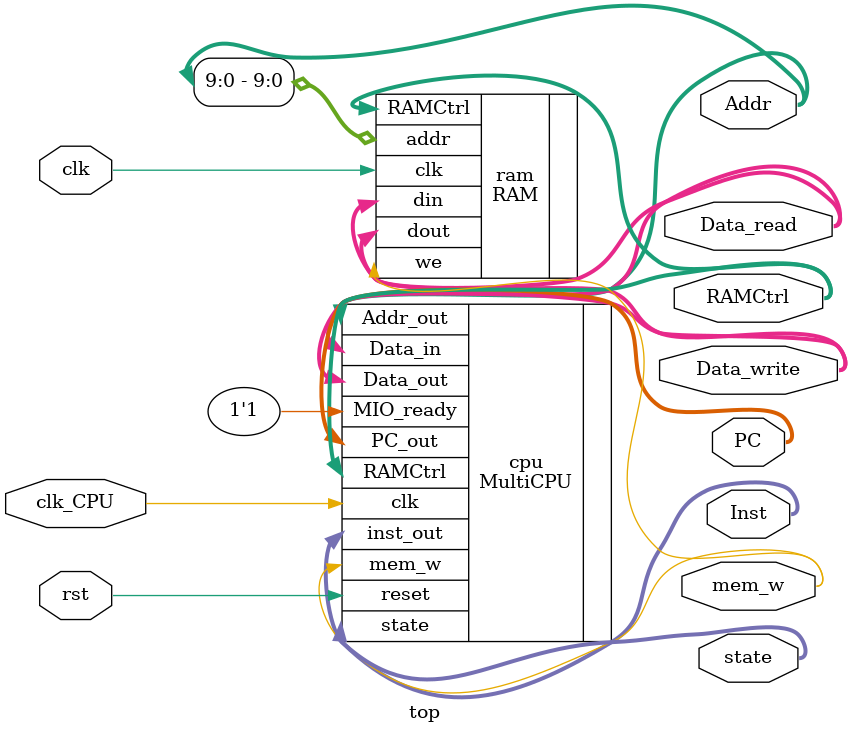
<source format=v>
`timescale 1ns / 1ps
module top(
    input clk,
    input clk_CPU,
    input rst,
    
    output [31:0] PC,
    output [31:0] Inst,
    output [31:0] Data_write,
    output [31:0] Data_read,
    output [31:0] Addr,
    output mem_w,
    output [4:0] state,
    output [2:0] RAMCtrl
    );
    
    MultiCPU cpu(.clk(clk_CPU),
                 .reset(rst),
                 .inst_out(Inst),
                 .PC_out(PC),
                 .mem_w(mem_w),
                 .Addr_out(Addr),
                 .Data_in(Data_read),
                 .Data_out(Data_write),
                 .state(state),
                 .MIO_ready(1'b1),
                 .RAMCtrl(RAMCtrl)
                );

    RAM ram(.clk(clk),
            .addr(Addr[9:0]),
            .din(Data_write),
            .RAMCtrl(RAMCtrl),
            .we(mem_w),
            .dout(Data_read)
           );


endmodule

</source>
